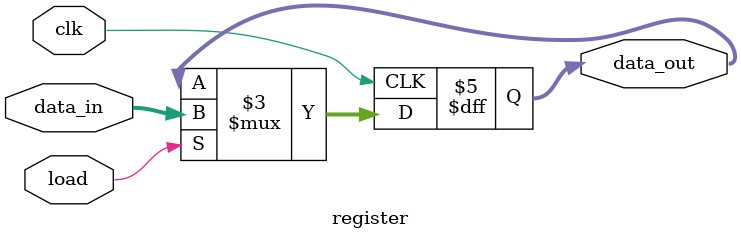
<source format=sv>
typedef enum bit [3:0] {NONE, NUMBER, PLUS, MINUS, EQUALS, NEGATE, LP, RP, CLEAR} keyOp_t;

typedef struct packed {
keyOp_t op; //operation key hit
bit [7:0] num; //data key hit (0-9)
} keyStroke_t;

module tiCalc
(input keyStroke_t keyIn,
 input bit rst_b, clk,
 output bit [7:0]  display,
 output bit  error);

//Wires
logic push,pop,empty,two_num;
logic load, ld_alu_1,ld_alu_2,clr_alu,ld_result;
logic clr_op,ld_op, sel_add,negate, overflow;
logic [2:0] sel_1, sel_2,sel_3,sel_4;
logic [3:0] op_out;
logic [7:0] new_value,out_alu_1,out_alu_2,out_result,
			mux1_out,mux3_out,mux4_out, stack_out;
logic [7:0] reg0_in,reg1_in,reg2_in,reg3_in,
			reg4_in,reg5_in,reg6_in,reg7_in,
			reg0_out,reg1_out,reg2_out,reg3_out,
			reg4_out,reg5_out,reg6_out,reg7_out;
logic [11:0] in;

//Modules

//calc_fsm controls the change of states of the calculator
//outputs display and error, as well as all other control points
calc_fsm calc(.*);


//regular registers the make up the stack
//intentionally do not have a clear control bit
register #(8) reg0(clk, load,reg0_in ,reg0_out),
			reg1(clk, load,reg1_in ,reg1_out),
			reg2(clk, load,reg2_in ,reg2_out),
			reg3(clk, load,reg3_in ,reg3_out),
			reg4(clk, load,reg4_in ,reg4_out),
			reg5(clk, load,reg5_in ,reg5_out),
			reg6(clk, load,reg6_in ,reg6_out),
			reg7(clk, load,reg7_in ,reg7_out);

//registers that hold values that will enter the ALU of the system
//includes a clear bit for reset to -1
alu_reg #(8) alu_reg_1(clk, clr_alu, ld_alu_1, mux3_out, out_alu_1),
		 	alu_reg_2(clk,clr_alu, ld_alu_2, mux4_out, out_alu_2);
			
//Input register to system. 
//Holds the 12 bit value of keyIn
register #(12) input_reg(clk, ld_input, keyIn, in);

//Operation register of system holds the previous operation 
//processed by the system
register #(4) op_reg(clk, ld_op,in[11:8], op_out);

//4-to-1 8-bit mutiplexors 
mux_4 #(8) mux1 (in[7:0],stack_out,new_value,out_alu_1,sel_1,mux1_out),
       	   mux2 (in[7:0],stack_out,new_value,,sel_2,display),
       	   mux3 (in[7:0],stack_out,new_value,,sel_3,mux3_out),
       	   mux4 (in[7:0],stack_out,new_value,,sel_4,mux4_out);

//comparator used to tell if both alu registers hold values
comparator #(8) comp(out_alu_1, out_alu_2,two_num);

//ALU that is able to add (A+B), subtract (A-B) and negate (only A) values given.
alu #(8) mini_alu(out_alu_1, out_alu_2,sel_add,negate,new_value,overflow);

//A stack of eight 8-bit registers.
stack #(8) reg_stack(mux1_out, clk, push, pop, empty,
			reg0_out, reg1_out, reg2_out, reg3_out, reg4_out,
			reg5_out,reg6_out, reg7_out,
			reg0_in, reg1_in, reg2_in, reg3_in, reg4_in,
			reg5_in,reg6_in,reg7_in, stack_out);

endmodule: tiCalc
/*///////////////////////////////////////\\\\\\\\\\\\\\\\\\\\\\\\\\\\\\\\\\\\\

Module Library

////////////////////////////////////////\\\\\\\\\\\\\\\\\\\\\\\\\\\\\\\\\\\\\
*/

module calc_fsm(
	input logic clk,rst_b,overflow,two_num,
	input logic [3:0] op_out,
	input logic [7:0] out_alu_1,out_alu_2,
	input keyStroke_t keyIn,
	input logic [11:0] in,
	output logic [2:0] sel_1,sel_2,sel_3,sel_4,
	output logic sel_add,negate,load,ld_alu_1,ld_alu_2,
				ld_input, ld_op,clr_op,error,push,pop,empty,clr_alu);

enum logic [2:0]{Sleep=3'd0,Get_Num=3'd1, Operation= 3'd2, Error=3'd3} curr, nxt;

///////////////////////////////////////////////////
always_comb begin
	{sel_1,sel_2,sel_3,sel_4,sel_add, negate}=5'd0; 
    load=0; clr_alu=0; ld_alu_1=0;
	ld_alu_2=0;ld_result=0; ld_input=0; ld_op =0;
	clr_op=0; error=0; push=0; pop = 0; empty=0;
	
	case(curr)
	Sleep:begin
	//load input and clear registers 
	//while waiting for a number to be entered
		ld_input=1;
		{clr_op,empty,clr_alu} = 3'b111;
	end

	Get_Num:begin
		//ALWAYS load next input
		ld_input=1;

		//SAW_NUM (first number)
		if(out_alu_1==8'hff)
			begin
			push =1; load =1;
		 	ld_alu_1=1;
			ld_op=1;
			end
		//SAW_NUM (second number)
		else if(~two_num) 
			begin
			push=1; load =1;
			ld_alu_2=1;
			end
		//SAW_NUM (third and plus)
		else begin
			//update value from before
			sel_3=1;  
			ld_alu_1=1;
			
			//update second value
			push=1; load=1;
			ld_alu_2=1;

		end
		
	end

	Operation:begin
		//ALWAYS load input and store previous operation
		ld_input=1;
		ld_op=1;
		
		//if it is not a valid entry after a number
		if((op_out==4'd1) && ((in[11:8]== 4'd1) ||(in[11:8]== 4'd6)))
			error=1;
		
		//if NEGATE
		if(in[11:8]==4'd5)begin
			negate =1;
			sel_2=2'd2;//display new_value
			sel_1=2'd2;push=1;load=1; //push into stack
			ld_alu_1 = 1; sel_3 = 2'd2;
		end

		//if PLUS
		//with alu regs NOT full
		else if((in[11:8]==4'd2) && (~two_num))begin
			sel_2=1;  //display last value
			pop=1;
			end
		//with alu regs full
		else if ((op_out==4'd2) && (two_num))begin
			sel_add=1; //add
			sel_2=2'd2;//display new_value
			sel_1=2'd2;push=1;load=1; //push into stack
		end

		//if MINUS
		//with alu regs NOT full
		else if((in[11:8]==4'd3) && (~two_num))begin
			sel_2=1; //display last value
			pop=1;
		end
		//with alu regs full
		else if((op_out==4'd3) && (two_num)) begin
			sel_2=2'd2;//display new_value
			sel_1=2'd2;push=1;load=1; //push into stack
		end
		
		//if EQUALS
		else if(in[11:8]==4'd4)begin
			if(op_out == 4'd2)
				sel_add=1;
			sel_2=2'd2;//display new_value
			sel_1=2'd2;push=1;load=1; //push into stack
		end
	
		//if CLEAR
		else if(in[11:8] == 4'd8)begin
			{clr_op,empty,clr_alu} = 3'b111;
		end

		//if LP
		else if(in[11:8] == 4'd6)begin
			//store previous numbers on stack
			sel_1=2'd3; push=1;load=1;
			
			//empty alu_registers
			clr_alu=1;
		end
		
		//if RP
		else if(in[11:8] == 4'd7)begin	
			//load result of subequation
			//and previosly stacked value
			//into alu registers
			ld_alu_1 = 1; sel_3 = 2'd2;
			ld_alu_2 = 1; sel_4 = 2'd1;
			pop=1;
			sel_2=2'd2;
			end
		
	end

	Error:begin
		error=1;
	end
	endcase
end
//////////////////////////////////////////////////
always_ff @ (posedge clk)
	begin
		curr<=nxt;
	end
//////////////////////////////////////////////////
always_comb begin
nxt=Sleep;
case(curr)
	Sleep:begin
	//if next op is NUMBER change state to Get_Num
		if(keyIn[11:8]==4'd1)
			nxt=Get_Num;
	//else remain sleeping
		else
			nxt=curr;
	end
	
	Get_Num:begin
	//if there is an invalid entering of ops
	//enter error state
	//else always jump to Operation state
		if(error)
			nxt=Error;
		else
			nxt=Operation;
	end

	Operation:begin
	//if op NUMBER comes up go to Get_Num state
	//else if EQUALS or CLEAR go to Sleep state
	//else if error go to Error state
	//else remain in Operation state
		if(keyIn[11:8]==4'd1)
			nxt=Get_Num;
		else if((keyIn[11:8]==4'd4)||(keyIn[11:8]==4'd8))
			nxt=Sleep;
		else if(error)
			nxt=Error;
		else
			nxt=curr;
	end
	
	Error: begin
	//remain in Error state till rst_b is hit	
		if(~rst_b)
			nxt=Sleep;
		else
			nxt=curr;
	end
	endcase
end
endmodule: calc_fsm

//////////////////////////////////////////////////////////////////////


module stack
 #(parameter w = 4)
 (input  logic [w-1:0] value, 	
  input logic clk, push, pop,empty,
  input logic [w-1:0] in0,in1,in2,in3,in4,in5,in6,in7,
  output logic [w-1:0] out0,out1,out2,out3,out4,out5,out6,out7,dis);

 always_ff @(posedge clk)begin
 	if(push)begin
		dis <= value;
		out0 <= value;
		out1 <= in0;
		out2 <= in1;
		out3 <= in2;
		out4 <= in3;
		out5 <= in4;
		out6 <= in5;
		out7 <= in6;
		end
	else if (pop) begin
		out7 <= 0;
		out6 <= in7;
		out5 <= in6;
		out4 <= in5;
		out3 <= in4;
		out2 <= in3;
		out1 <= in2;
		out0 <= in1;
		dis <= in0;
		end
	else if (empty)begin
		out7 <= 0;
		out6 <= 0;
		out5 <= 0;
		out4 <= 0;
		out3 <= 0;
		out2 <= 0;
		out1 <= 0;
		out0 <= 0;
		dis <= 0;
		end
	else begin
		out7 <= out7;
		out6 <= out6;
		out5 <= out5;
		out4 <= out4;
		out3 <= out3;
		out2 <= out2;
		out1 <= out1;
		out0 <= out0;
		dis <= out0;
		end
 end
endmodule: stack
/////////////////////////////////////////////////////////////////////////

module comparator 
#(parameter w = 4)
	(input logic [w-1:0] num1, num2,
	output logic two_num);

always_comb begin
	if((num1=='hff) || (num2=='hff))
		two_num=0;
	else
		two_num=1;
	end

endmodule:comparator
///////////////////////////////////////////////////////////////////

module alu
#(parameter w =4)
	(input logic [w-1:0] A, B,
	 input logic add,negate,
	 output logic [w-1:0] new_value,
	 output logic overflow);

always_comb
	if(add)
	{overflow,new_value} = A + B;
	else if(negate)begin
		new_value = ~A+1;
		overflow=0;
	end
	else
	{overflow,new_value} = A - B;

endmodule: alu
//////////////////////////////////////////////////////////////////

module mux_4
#(parameter w = 4)
	(input logic [w-1:0] in0,in1,in2,in3,
	 input logic [2:0] sel,
	 output logic [w-1:0] out);

always_comb begin
	case (sel)
	4'd0: out = in0;
	4'd1: out = in1;
	4'd2: out = in2;
	4'd3: out = in3;
	default out =0;
	endcase
  end
endmodule: mux_4
//////////////////////////////////////////////////////////////

module alu_reg
#(parameter w = 4)
	(input logic clk,clr,load,
	 input logic [w-1:0] data_in,
	 output logic [w-1:0] data_out);

always_ff @(posedge clk) begin
	if(clr)
		data_out <= 'hff;
	else if (load) 
		data_out <= data_in;
	else
		data_out <= data_out;
	end
endmodule: alu_reg
////////////////////////////////////////////////////////////////

module register
#(parameter w = 4)
	(input logic clk,load,
	 input logic [w-1:0] data_in,
	 output logic [w-1:0] data_out);

always_ff @(posedge clk) begin
if (load) 
	data_out <= data_in;
	else
	data_out <= data_out;
	end
endmodule: register

</source>
